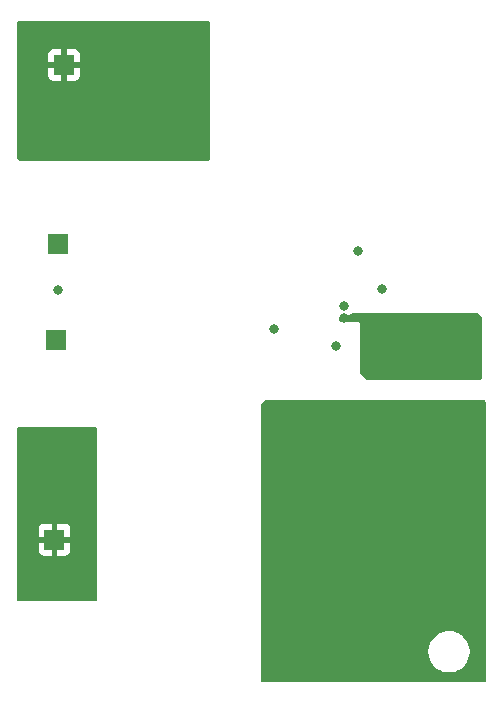
<source format=gbr>
%TF.GenerationSoftware,KiCad,Pcbnew,7.0.8*%
%TF.CreationDate,2023-11-19T04:52:14+05:30*%
%TF.ProjectId,NB679-DKA-BuckConverter,4e423637-392d-4444-9b41-2d4275636b43,rev?*%
%TF.SameCoordinates,Original*%
%TF.FileFunction,Copper,L3,Inr*%
%TF.FilePolarity,Positive*%
%FSLAX46Y46*%
G04 Gerber Fmt 4.6, Leading zero omitted, Abs format (unit mm)*
G04 Created by KiCad (PCBNEW 7.0.8) date 2023-11-19 04:52:14*
%MOMM*%
%LPD*%
G01*
G04 APERTURE LIST*
%TA.AperFunction,ComponentPad*%
%ADD10R,1.700000X1.700000*%
%TD*%
%TA.AperFunction,ViaPad*%
%ADD11C,0.800000*%
%TD*%
G04 APERTURE END LIST*
D10*
%TO.N,/Vin*%
%TO.C,Vin1*%
X97900000Y-66100000D03*
%TD*%
%TO.N,GND*%
%TO.C,GND1*%
X97400000Y-81300000D03*
%TD*%
%TO.N,/BST*%
%TO.C,Vout1*%
X97100000Y-106300000D03*
%TD*%
%TO.N,GND*%
%TO.C,GND2*%
X97200000Y-89400000D03*
%TD*%
D11*
%TO.N,Net-(U1-BST)*%
X124850000Y-85070000D03*
X121600000Y-86500000D03*
%TO.N,/Sw*%
X127800000Y-89000000D03*
X121575630Y-87499205D03*
%TO.N,/Vin*%
X108700000Y-72500000D03*
X102700000Y-72300000D03*
%TO.N,GND*%
X97400000Y-85200000D03*
%TO.N,Net-(U1-Vcc)*%
X122800000Y-81900000D03*
X115700000Y-88500000D03*
%TO.N,/BST*%
X120500000Y-102800000D03*
X120800000Y-112900000D03*
X120900000Y-89900000D03*
X127800000Y-98700000D03*
X97000000Y-100000000D03*
X120300000Y-107400000D03*
%TD*%
%TA.AperFunction,Conductor*%
%TO.N,/BST*%
G36*
X133543039Y-94519685D02*
G01*
X133588794Y-94572489D01*
X133600000Y-94624000D01*
X133600000Y-118276000D01*
X133580315Y-118343039D01*
X133527511Y-118388794D01*
X133476000Y-118400000D01*
X114724000Y-118400000D01*
X114656961Y-118380315D01*
X114611206Y-118327511D01*
X114600000Y-118276000D01*
X114600000Y-115931187D01*
X128749500Y-115931187D01*
X128769794Y-116065823D01*
X128788604Y-116190615D01*
X128788605Y-116190617D01*
X128788606Y-116190623D01*
X128865938Y-116441326D01*
X128979767Y-116677696D01*
X128979768Y-116677697D01*
X128979770Y-116677700D01*
X128979772Y-116677704D01*
X129127567Y-116894479D01*
X129306014Y-117086801D01*
X129306018Y-117086804D01*
X129306019Y-117086805D01*
X129511143Y-117250386D01*
X129738357Y-117381568D01*
X129982584Y-117477420D01*
X130238370Y-117535802D01*
X130238376Y-117535802D01*
X130238379Y-117535803D01*
X130434500Y-117550500D01*
X130434506Y-117550500D01*
X130565500Y-117550500D01*
X130761620Y-117535803D01*
X130761622Y-117535802D01*
X130761630Y-117535802D01*
X131017416Y-117477420D01*
X131261643Y-117381568D01*
X131488857Y-117250386D01*
X131693981Y-117086805D01*
X131872433Y-116894479D01*
X132020228Y-116677704D01*
X132134063Y-116441323D01*
X132211396Y-116190615D01*
X132250500Y-115931182D01*
X132250500Y-115668818D01*
X132211396Y-115409385D01*
X132134063Y-115158677D01*
X132122121Y-115133880D01*
X132020232Y-114922303D01*
X132020231Y-114922302D01*
X132020230Y-114922301D01*
X132020228Y-114922296D01*
X131872433Y-114705521D01*
X131862441Y-114694753D01*
X131693985Y-114513198D01*
X131654533Y-114481736D01*
X131488857Y-114349614D01*
X131261643Y-114218432D01*
X131017416Y-114122580D01*
X131017411Y-114122578D01*
X131017402Y-114122576D01*
X130799818Y-114072914D01*
X130761630Y-114064198D01*
X130761629Y-114064197D01*
X130761625Y-114064197D01*
X130761620Y-114064196D01*
X130565500Y-114049500D01*
X130565494Y-114049500D01*
X130434506Y-114049500D01*
X130434500Y-114049500D01*
X130238379Y-114064196D01*
X130238374Y-114064197D01*
X129982597Y-114122576D01*
X129982578Y-114122582D01*
X129738356Y-114218432D01*
X129511143Y-114349614D01*
X129306014Y-114513198D01*
X129127567Y-114705520D01*
X128979768Y-114922302D01*
X128979767Y-114922303D01*
X128865938Y-115158673D01*
X128788606Y-115409376D01*
X128788605Y-115409381D01*
X128788604Y-115409385D01*
X128773853Y-115507247D01*
X128749500Y-115668812D01*
X128749500Y-115931187D01*
X114600000Y-115931187D01*
X114600000Y-94851362D01*
X114619685Y-94784323D01*
X114636319Y-94763681D01*
X114863681Y-94536319D01*
X114925004Y-94502834D01*
X114951362Y-94500000D01*
X133476000Y-94500000D01*
X133543039Y-94519685D01*
G37*
%TD.AperFunction*%
%TD*%
%TA.AperFunction,Conductor*%
%TO.N,/Vin*%
G36*
X110181945Y-62419685D02*
G01*
X110227700Y-62472489D01*
X110238906Y-62523882D01*
X110240369Y-64059631D01*
X110240369Y-74135631D01*
X110220684Y-74202670D01*
X110167880Y-74248425D01*
X110116369Y-74259631D01*
X94191731Y-74259631D01*
X94124692Y-74239946D01*
X94104050Y-74223312D01*
X93976688Y-74095950D01*
X93943203Y-74034627D01*
X93940369Y-74008269D01*
X93940369Y-66997844D01*
X96550000Y-66997844D01*
X96556401Y-67057372D01*
X96556403Y-67057379D01*
X96606645Y-67192086D01*
X96606649Y-67192093D01*
X96692809Y-67307187D01*
X96692812Y-67307190D01*
X96807906Y-67393350D01*
X96807913Y-67393354D01*
X96942620Y-67443596D01*
X96942627Y-67443598D01*
X97002155Y-67449999D01*
X97002172Y-67450000D01*
X97650000Y-67450000D01*
X97650000Y-66535501D01*
X97757685Y-66584680D01*
X97864237Y-66600000D01*
X97935763Y-66600000D01*
X98042315Y-66584680D01*
X98150000Y-66535501D01*
X98150000Y-67450000D01*
X98797828Y-67450000D01*
X98797844Y-67449999D01*
X98857372Y-67443598D01*
X98857379Y-67443596D01*
X98992086Y-67393354D01*
X98992093Y-67393350D01*
X99107187Y-67307190D01*
X99107190Y-67307187D01*
X99193350Y-67192093D01*
X99193354Y-67192086D01*
X99243596Y-67057379D01*
X99243598Y-67057372D01*
X99249999Y-66997844D01*
X99250000Y-66997827D01*
X99250000Y-66350000D01*
X98333686Y-66350000D01*
X98359493Y-66309844D01*
X98400000Y-66171889D01*
X98400000Y-66028111D01*
X98359493Y-65890156D01*
X98333686Y-65850000D01*
X99250000Y-65850000D01*
X99250000Y-65202172D01*
X99249999Y-65202155D01*
X99243598Y-65142627D01*
X99243596Y-65142620D01*
X99193354Y-65007913D01*
X99193350Y-65007906D01*
X99107190Y-64892812D01*
X99107187Y-64892809D01*
X98992093Y-64806649D01*
X98992086Y-64806645D01*
X98857379Y-64756403D01*
X98857372Y-64756401D01*
X98797844Y-64750000D01*
X98150000Y-64750000D01*
X98150000Y-65664498D01*
X98042315Y-65615320D01*
X97935763Y-65600000D01*
X97864237Y-65600000D01*
X97757685Y-65615320D01*
X97650000Y-65664498D01*
X97650000Y-64750000D01*
X97002155Y-64750000D01*
X96942627Y-64756401D01*
X96942620Y-64756403D01*
X96807913Y-64806645D01*
X96807906Y-64806649D01*
X96692812Y-64892809D01*
X96692809Y-64892812D01*
X96606649Y-65007906D01*
X96606645Y-65007913D01*
X96556403Y-65142620D01*
X96556401Y-65142627D01*
X96550000Y-65202155D01*
X96550000Y-65850000D01*
X97466314Y-65850000D01*
X97440507Y-65890156D01*
X97400000Y-66028111D01*
X97400000Y-66171889D01*
X97440507Y-66309844D01*
X97466314Y-66350000D01*
X96550000Y-66350000D01*
X96550000Y-66997844D01*
X93940369Y-66997844D01*
X93940369Y-62524000D01*
X93960054Y-62456961D01*
X94012858Y-62411206D01*
X94064369Y-62400000D01*
X110114906Y-62400000D01*
X110181945Y-62419685D01*
G37*
%TD.AperFunction*%
%TD*%
%TA.AperFunction,Conductor*%
%TO.N,/BST*%
G36*
X100643039Y-96819685D02*
G01*
X100688794Y-96872489D01*
X100700000Y-96924000D01*
X100700000Y-111376000D01*
X100680315Y-111443039D01*
X100627511Y-111488794D01*
X100576000Y-111500000D01*
X94058945Y-111500000D01*
X93991906Y-111480315D01*
X93946151Y-111427511D01*
X93934945Y-111376297D01*
X93934944Y-111376000D01*
X93924927Y-107197844D01*
X95750000Y-107197844D01*
X95756401Y-107257372D01*
X95756403Y-107257379D01*
X95806645Y-107392086D01*
X95806649Y-107392093D01*
X95892809Y-107507187D01*
X95892812Y-107507190D01*
X96007906Y-107593350D01*
X96007913Y-107593354D01*
X96142620Y-107643596D01*
X96142627Y-107643598D01*
X96202155Y-107649999D01*
X96202172Y-107650000D01*
X96850000Y-107650000D01*
X96850000Y-106735501D01*
X96957685Y-106784680D01*
X97064237Y-106800000D01*
X97135763Y-106800000D01*
X97242315Y-106784680D01*
X97350000Y-106735501D01*
X97350000Y-107650000D01*
X97997828Y-107650000D01*
X97997844Y-107649999D01*
X98057372Y-107643598D01*
X98057379Y-107643596D01*
X98192086Y-107593354D01*
X98192093Y-107593350D01*
X98307187Y-107507190D01*
X98307190Y-107507187D01*
X98393350Y-107392093D01*
X98393354Y-107392086D01*
X98443596Y-107257379D01*
X98443598Y-107257372D01*
X98449999Y-107197844D01*
X98450000Y-107197827D01*
X98450000Y-106550000D01*
X97533686Y-106550000D01*
X97559493Y-106509844D01*
X97600000Y-106371889D01*
X97600000Y-106228111D01*
X97559493Y-106090156D01*
X97533686Y-106050000D01*
X98450000Y-106050000D01*
X98450000Y-105402172D01*
X98449999Y-105402155D01*
X98443598Y-105342627D01*
X98443596Y-105342620D01*
X98393354Y-105207913D01*
X98393350Y-105207906D01*
X98307190Y-105092812D01*
X98307187Y-105092809D01*
X98192093Y-105006649D01*
X98192086Y-105006645D01*
X98057379Y-104956403D01*
X98057372Y-104956401D01*
X97997844Y-104950000D01*
X97350000Y-104950000D01*
X97350000Y-105864498D01*
X97242315Y-105815320D01*
X97135763Y-105800000D01*
X97064237Y-105800000D01*
X96957685Y-105815320D01*
X96850000Y-105864498D01*
X96850000Y-104950000D01*
X96202155Y-104950000D01*
X96142627Y-104956401D01*
X96142620Y-104956403D01*
X96007913Y-105006645D01*
X96007906Y-105006649D01*
X95892812Y-105092809D01*
X95892809Y-105092812D01*
X95806649Y-105207906D01*
X95806645Y-105207913D01*
X95756403Y-105342620D01*
X95756401Y-105342627D01*
X95750000Y-105402155D01*
X95750000Y-106050000D01*
X96666314Y-106050000D01*
X96640507Y-106090156D01*
X96600000Y-106228111D01*
X96600000Y-106371889D01*
X96640507Y-106509844D01*
X96666314Y-106550000D01*
X95750000Y-106550000D01*
X95750000Y-107197844D01*
X93924927Y-107197844D01*
X93900298Y-96924297D01*
X93919822Y-96857211D01*
X93972516Y-96811329D01*
X94024298Y-96800000D01*
X100576000Y-96800000D01*
X100643039Y-96819685D01*
G37*
%TD.AperFunction*%
%TD*%
%TA.AperFunction,Conductor*%
%TO.N,/Sw*%
G36*
X132995677Y-87169685D02*
G01*
X133016319Y-87186319D01*
X133243681Y-87413681D01*
X133277166Y-87475004D01*
X133280000Y-87501362D01*
X133280000Y-92626000D01*
X133260315Y-92693039D01*
X133207511Y-92738794D01*
X133156000Y-92750000D01*
X123531362Y-92750000D01*
X123464323Y-92730315D01*
X123443681Y-92713681D01*
X123016319Y-92286319D01*
X122982834Y-92224996D01*
X122980000Y-92198638D01*
X122980000Y-87950000D01*
X122880000Y-87850000D01*
X121331362Y-87850000D01*
X121264323Y-87830315D01*
X121243681Y-87813681D01*
X121216319Y-87786319D01*
X121182834Y-87724996D01*
X121180000Y-87698638D01*
X121180000Y-87484471D01*
X121199685Y-87417432D01*
X121252489Y-87371677D01*
X121321647Y-87361733D01*
X121329777Y-87363180D01*
X121505354Y-87400500D01*
X121505355Y-87400500D01*
X121694644Y-87400500D01*
X121694646Y-87400500D01*
X121879803Y-87361144D01*
X122052730Y-87284151D01*
X122187385Y-87186319D01*
X122204779Y-87173682D01*
X122270585Y-87150202D01*
X122277664Y-87150000D01*
X132928638Y-87150000D01*
X132995677Y-87169685D01*
G37*
%TD.AperFunction*%
%TD*%
M02*

</source>
